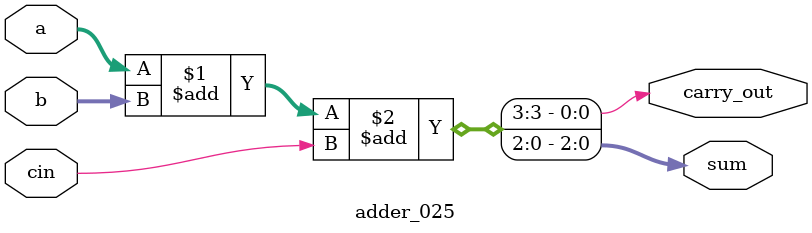
<source format=v>
module adder_025(carry_out,sum,a,b,cin);
   input [2:0] a,b;
   input       cin;
   output      carry_out;
   output [2:0] sum;
   assign {carry_out,sum} = a+b+cin;
endmodule

</source>
